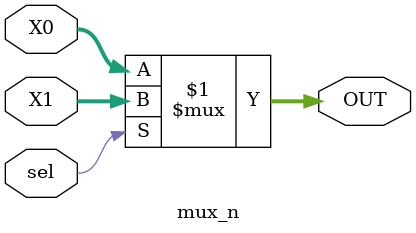
<source format=v>
module mux_n
	#(	parameter		DATA_WIDTH = 4)
	(	input		wire	sel,
		input		wire	[DATA_WIDTH-1:0]	X0,
		input		wire	[DATA_WIDTH-1:0]	X1,
		output	wire	[DATA_WIDTH-1:0]	OUT
	);
	
	assign	OUT	=	sel ?	X1	:	X0;
	
endmodule
</source>
